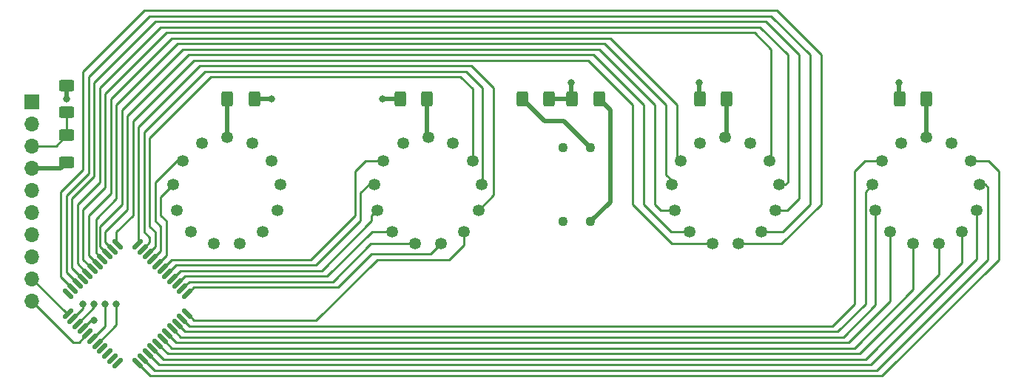
<source format=gbr>
%TF.GenerationSoftware,KiCad,Pcbnew,(6.0.2)*%
%TF.CreationDate,2023-05-21T11:07:31+01:00*%
%TF.ProjectId,Nixie Tube Interface Board,4e697869-6520-4547-9562-6520496e7465,rev?*%
%TF.SameCoordinates,Original*%
%TF.FileFunction,Copper,L2,Bot*%
%TF.FilePolarity,Positive*%
%FSLAX46Y46*%
G04 Gerber Fmt 4.6, Leading zero omitted, Abs format (unit mm)*
G04 Created by KiCad (PCBNEW (6.0.2)) date 2023-05-21 11:07:31*
%MOMM*%
%LPD*%
G01*
G04 APERTURE LIST*
G04 Aperture macros list*
%AMRoundRect*
0 Rectangle with rounded corners*
0 $1 Rounding radius*
0 $2 $3 $4 $5 $6 $7 $8 $9 X,Y pos of 4 corners*
0 Add a 4 corners polygon primitive as box body*
4,1,4,$2,$3,$4,$5,$6,$7,$8,$9,$2,$3,0*
0 Add four circle primitives for the rounded corners*
1,1,$1+$1,$2,$3*
1,1,$1+$1,$4,$5*
1,1,$1+$1,$6,$7*
1,1,$1+$1,$8,$9*
0 Add four rect primitives between the rounded corners*
20,1,$1+$1,$2,$3,$4,$5,0*
20,1,$1+$1,$4,$5,$6,$7,0*
20,1,$1+$1,$6,$7,$8,$9,0*
20,1,$1+$1,$8,$9,$2,$3,0*%
G04 Aperture macros list end*
%TA.AperFunction,SMDPad,CuDef*%
%ADD10RoundRect,0.137500X0.327037X0.521491X-0.521491X-0.327037X-0.327037X-0.521491X0.521491X0.327037X0*%
%TD*%
%TA.AperFunction,SMDPad,CuDef*%
%ADD11RoundRect,0.137500X-0.327037X0.521491X-0.521491X0.327037X0.327037X-0.521491X0.521491X-0.327037X0*%
%TD*%
%TA.AperFunction,ComponentPad*%
%ADD12C,1.346200*%
%TD*%
%TA.AperFunction,SMDPad,CuDef*%
%ADD13RoundRect,0.250000X0.400000X0.625000X-0.400000X0.625000X-0.400000X-0.625000X0.400000X-0.625000X0*%
%TD*%
%TA.AperFunction,SMDPad,CuDef*%
%ADD14RoundRect,0.250000X-0.400000X-0.625000X0.400000X-0.625000X0.400000X0.625000X-0.400000X0.625000X0*%
%TD*%
%TA.AperFunction,ComponentPad*%
%ADD15C,1.107440*%
%TD*%
%TA.AperFunction,SMDPad,CuDef*%
%ADD16RoundRect,0.250000X0.625000X-0.400000X0.625000X0.400000X-0.625000X0.400000X-0.625000X-0.400000X0*%
%TD*%
%TA.AperFunction,ComponentPad*%
%ADD17R,1.700000X1.700000*%
%TD*%
%TA.AperFunction,ComponentPad*%
%ADD18O,1.700000X1.700000*%
%TD*%
%TA.AperFunction,ViaPad*%
%ADD19C,0.800000*%
%TD*%
%TA.AperFunction,Conductor*%
%ADD20C,0.500000*%
%TD*%
%TA.AperFunction,Conductor*%
%ADD21C,0.250000*%
%TD*%
G04 APERTURE END LIST*
D10*
%TO.P,U1,1,HVOUT22*%
%TO.N,N2_8*%
X95790565Y-98577581D03*
%TO.P,U1,2,HVOUT21*%
%TO.N,N2_9*%
X96356250Y-99143266D03*
%TO.P,U1,3,HVOUT20*%
%TO.N,N2_0*%
X96921936Y-99708952D03*
%TO.P,U1,4,HVOUT19*%
%TO.N,N1_1*%
X97487621Y-100274637D03*
%TO.P,U1,5,HVOUT18*%
%TO.N,N1_2*%
X98053307Y-100840322D03*
%TO.P,U1,6,HVOUT17*%
%TO.N,N2_1*%
X98618992Y-101406008D03*
%TO.P,U1,7,HVOUT16*%
%TO.N,N2_2*%
X99184678Y-101971693D03*
%TO.P,U1,8,HVOUT15*%
%TO.N,N2_3*%
X99750363Y-102537379D03*
%TO.P,U1,9,HVOUT14*%
%TO.N,N2_4*%
X100316048Y-103103064D03*
%TO.P,U1,10,HVOUT13*%
%TO.N,N2_5*%
X100881734Y-103668750D03*
%TO.P,U1,11,HVOUT12*%
%TO.N,N2_6*%
X101447419Y-104234435D03*
D11*
%TO.P,U1,12,HVOUT11*%
%TO.N,N2_7*%
X101447419Y-106585565D03*
%TO.P,U1,13,HVOUT10*%
%TO.N,N4_1*%
X100881734Y-107151250D03*
%TO.P,U1,14,HVOUT9*%
%TO.N,N4_2*%
X100316048Y-107716936D03*
%TO.P,U1,15,HVOUT8*%
%TO.N,N4_3*%
X99750363Y-108282621D03*
%TO.P,U1,16,HVOUT7*%
%TO.N,N4_4*%
X99184678Y-108848307D03*
%TO.P,U1,17,HVOUT6*%
%TO.N,N4_5*%
X98618992Y-109413992D03*
%TO.P,U1,18,HVOUT5*%
%TO.N,N4_6*%
X98053307Y-109979678D03*
%TO.P,U1,19,HVOUT4*%
%TO.N,N4_7*%
X97487621Y-110545363D03*
%TO.P,U1,20,HVOUT3*%
%TO.N,N4_8*%
X96921936Y-111111048D03*
%TO.P,U1,21,HVOUT2*%
%TO.N,N4_9*%
X96356250Y-111676734D03*
%TO.P,U1,22,HVOUT1*%
%TO.N,N4_0*%
X95790565Y-112242419D03*
D10*
%TO.P,U1,23,DATA_OUT*%
%TO.N,unconnected-(U1-Pad23)*%
X93439435Y-112242419D03*
%TO.P,U1,24,NC*%
%TO.N,unconnected-(U1-Pad24)*%
X92873750Y-111676734D03*
%TO.P,U1,25,NC*%
%TO.N,unconnected-(U1-Pad25)*%
X92308064Y-111111048D03*
%TO.P,U1,26,NC*%
%TO.N,unconnected-(U1-Pad26)*%
X91742379Y-110545363D03*
%TO.P,U1,27,POL*%
%TO.N,Net-(J1-Pad5)*%
X91176693Y-109979678D03*
%TO.P,U1,28,CLK*%
%TO.N,Net-(J1-Pad6)*%
X90611008Y-109413992D03*
%TO.P,U1,29,VSS*%
%TO.N,GND*%
X90045322Y-108848307D03*
%TO.P,U1,30,VDD*%
%TO.N,+12V*%
X89479637Y-108282621D03*
%TO.P,U1,31,LE*%
%TO.N,Net-(J1-Pad7)*%
X88913952Y-107716936D03*
%TO.P,U1,32,DATA_IN*%
%TO.N,Net-(J1-Pad8)*%
X88348266Y-107151250D03*
%TO.P,U1,33,BL*%
%TO.N,Net-(J1-Pad9)*%
X87782581Y-106585565D03*
D11*
%TO.P,U1,34,NC*%
%TO.N,unconnected-(U1-Pad34)*%
X87782581Y-104234435D03*
%TO.P,U1,35,HVOUT32*%
%TO.N,N3_6*%
X88348266Y-103668750D03*
%TO.P,U1,36,HVOUT31*%
%TO.N,N3_7*%
X88913952Y-103103064D03*
%TO.P,U1,37,HVOUT30*%
%TO.N,N3_8*%
X89479637Y-102537379D03*
%TO.P,U1,38,HVOUT29*%
%TO.N,N3_9*%
X90045322Y-101971693D03*
%TO.P,U1,39,HVOUT28*%
%TO.N,N3_0*%
X90611008Y-101406008D03*
%TO.P,U1,40,HVOUT27*%
%TO.N,N3_5*%
X91176693Y-100840322D03*
%TO.P,U1,41,HVOUT26*%
%TO.N,N3_4*%
X91742379Y-100274637D03*
%TO.P,U1,42,HVOUT25*%
%TO.N,N3_3*%
X92308064Y-99708952D03*
%TO.P,U1,43,HVOUT24*%
%TO.N,N3_2*%
X92873750Y-99143266D03*
%TO.P,U1,44,HVOUT23*%
%TO.N,N3_1*%
X93439435Y-98577581D03*
%TD*%
D12*
%TO.P,N1,0,0*%
%TO.N,unconnected-(N1-Pad0)*%
X111092700Y-88984640D03*
%TO.P,N1,1,1*%
%TO.N,N1_1*%
X100907300Y-88984640D03*
%TO.P,N1,2,2*%
%TO.N,N1_2*%
X99855740Y-91755780D03*
%TO.P,N1,3,3*%
%TO.N,unconnected-(N1-Pad3)*%
X100213880Y-94694560D03*
%TO.P,N1,4,4*%
%TO.N,unconnected-(N1-Pad4)*%
X101895360Y-97132960D03*
%TO.P,N1,5,5*%
%TO.N,unconnected-(N1-Pad5)*%
X104519180Y-98509640D03*
%TO.P,N1,6,6*%
%TO.N,unconnected-(N1-Pad6)*%
X107480820Y-98509640D03*
%TO.P,N1,7,7*%
%TO.N,unconnected-(N1-Pad7)*%
X110104640Y-97132960D03*
%TO.P,N1,8,8*%
%TO.N,unconnected-(N1-Pad8)*%
X111786120Y-94694560D03*
%TO.P,N1,9,9*%
%TO.N,unconnected-(N1-Pad9)*%
X112144260Y-91755780D03*
%TO.P,N1,A,A*%
%TO.N,Net-(N1-PadA)*%
X106000000Y-86312560D03*
%TO.P,N1,LHDP,LHDP*%
%TO.N,unconnected-(N1-PadLHDP)*%
X103124720Y-87021220D03*
%TO.P,N1,RHDP,RHDP*%
%TO.N,unconnected-(N1-PadRHDP)*%
X108875280Y-87021220D03*
%TD*%
D13*
%TO.P,R7,1*%
%TO.N,+170VDC*%
X142875000Y-81915000D03*
%TO.P,R7,2*%
%TO.N,Net-(N5-PadA)*%
X139775000Y-81915000D03*
%TD*%
D14*
%TO.P,R8,1*%
%TO.N,+170VDC*%
X145490000Y-81915000D03*
%TO.P,R8,2*%
%TO.N,Net-(N6-PadA)*%
X148590000Y-81915000D03*
%TD*%
%TO.P,R5,1*%
%TO.N,+170VDC*%
X160095000Y-81915000D03*
%TO.P,R5,2*%
%TO.N,Net-(N3-PadA)*%
X163195000Y-81915000D03*
%TD*%
D12*
%TO.P,N3,0,0*%
%TO.N,N3_0*%
X168092700Y-88984640D03*
%TO.P,N3,1,1*%
%TO.N,N3_5*%
X157907300Y-88984640D03*
%TO.P,N3,2,2*%
%TO.N,N3_4*%
X156855740Y-91755780D03*
%TO.P,N3,3,3*%
%TO.N,N3_3*%
X157213880Y-94694560D03*
%TO.P,N3,4,4*%
%TO.N,N3_2*%
X158895360Y-97132960D03*
%TO.P,N3,5,5*%
%TO.N,N3_1*%
X161519180Y-98509640D03*
%TO.P,N3,6,6*%
%TO.N,N3_6*%
X164480820Y-98509640D03*
%TO.P,N3,7,7*%
%TO.N,N3_7*%
X167104640Y-97132960D03*
%TO.P,N3,8,8*%
%TO.N,N3_8*%
X168786120Y-94694560D03*
%TO.P,N3,9,9*%
%TO.N,N3_9*%
X169144260Y-91755780D03*
%TO.P,N3,A,A*%
%TO.N,Net-(N3-PadA)*%
X163000000Y-86312560D03*
%TO.P,N3,LHDP,LHDP*%
%TO.N,unconnected-(N3-PadLHDP)*%
X160124720Y-87021220D03*
%TO.P,N3,RHDP,RHDP*%
%TO.N,unconnected-(N3-PadRHDP)*%
X165875280Y-87021220D03*
%TD*%
%TO.P,N4,0,0*%
%TO.N,N4_0*%
X191092700Y-88984640D03*
%TO.P,N4,1,1*%
%TO.N,N4_1*%
X180907300Y-88984640D03*
%TO.P,N4,2,2*%
%TO.N,N4_2*%
X179855740Y-91755780D03*
%TO.P,N4,3,3*%
%TO.N,N4_3*%
X180213880Y-94694560D03*
%TO.P,N4,4,4*%
%TO.N,N4_4*%
X181895360Y-97132960D03*
%TO.P,N4,5,5*%
%TO.N,N4_5*%
X184519180Y-98509640D03*
%TO.P,N4,6,6*%
%TO.N,N4_6*%
X187480820Y-98509640D03*
%TO.P,N4,7,7*%
%TO.N,N4_7*%
X190104640Y-97132960D03*
%TO.P,N4,8,8*%
%TO.N,N4_8*%
X191786120Y-94694560D03*
%TO.P,N4,9,9*%
%TO.N,N4_9*%
X192144260Y-91755780D03*
%TO.P,N4,A,A*%
%TO.N,Net-(N4-PadA)*%
X186000000Y-86312560D03*
%TO.P,N4,LHDP,LHDP*%
%TO.N,unconnected-(N4-PadLHDP)*%
X183124720Y-87021220D03*
%TO.P,N4,RHDP,RHDP*%
%TO.N,unconnected-(N4-PadRHDP)*%
X188875280Y-87021220D03*
%TD*%
D15*
%TO.P,N6,A,A*%
%TO.N,Net-(N6-PadA)*%
X147587500Y-96000000D03*
%TO.P,N6,K,K*%
%TO.N,GND*%
X144412500Y-96000000D03*
%TD*%
D12*
%TO.P,N2,0,0*%
%TO.N,N2_0*%
X134092700Y-88984640D03*
%TO.P,N2,1,1*%
%TO.N,N2_1*%
X123907300Y-88984640D03*
%TO.P,N2,2,2*%
%TO.N,N2_2*%
X122855740Y-91755780D03*
%TO.P,N2,3,3*%
%TO.N,N2_3*%
X123213880Y-94694560D03*
%TO.P,N2,4,4*%
%TO.N,N2_4*%
X124895360Y-97132960D03*
%TO.P,N2,5,5*%
%TO.N,N2_5*%
X127519180Y-98509640D03*
%TO.P,N2,6,6*%
%TO.N,N2_6*%
X130480820Y-98509640D03*
%TO.P,N2,7,7*%
%TO.N,N2_7*%
X133104640Y-97132960D03*
%TO.P,N2,8,8*%
%TO.N,N2_8*%
X134786120Y-94694560D03*
%TO.P,N2,9,9*%
%TO.N,N2_9*%
X135144260Y-91755780D03*
%TO.P,N2,A,A*%
%TO.N,Net-(N2-PadA)*%
X129000000Y-86312560D03*
%TO.P,N2,LHDP,LHDP*%
%TO.N,unconnected-(N2-PadLHDP)*%
X126124720Y-87021220D03*
%TO.P,N2,RHDP,RHDP*%
%TO.N,unconnected-(N2-PadRHDP)*%
X131875280Y-87021220D03*
%TD*%
D13*
%TO.P,R3,2*%
%TO.N,Net-(N1-PadA)*%
X106045000Y-81915000D03*
%TO.P,R3,1*%
%TO.N,+170VDC*%
X109145000Y-81915000D03*
%TD*%
D15*
%TO.P,N5,A,A*%
%TO.N,Net-(N5-PadA)*%
X147587500Y-87500000D03*
%TO.P,N5,K,K*%
%TO.N,GND*%
X144412500Y-87500000D03*
%TD*%
D14*
%TO.P,R4,2*%
%TO.N,Net-(N2-PadA)*%
X128905000Y-81915000D03*
%TO.P,R4,1*%
%TO.N,+170VDC*%
X125805000Y-81915000D03*
%TD*%
%TO.P,R6,1*%
%TO.N,+170VDC*%
X182955000Y-81915000D03*
%TO.P,R6,2*%
%TO.N,Net-(N4-PadA)*%
X186055000Y-81915000D03*
%TD*%
D16*
%TO.P,R1,1*%
%TO.N,+12V*%
X87630000Y-89180000D03*
%TO.P,R1,2*%
%TO.N,Net-(J1-Pad3)*%
X87630000Y-86080000D03*
%TD*%
%TO.P,R2,1*%
%TO.N,Net-(J1-Pad3)*%
X87630000Y-83465000D03*
%TO.P,R2,2*%
%TO.N,GND*%
X87630000Y-80365000D03*
%TD*%
D17*
%TO.P,J1,1,Pin_1*%
%TO.N,+170VDC*%
X83660000Y-82215000D03*
D18*
%TO.P,J1,2,Pin_2*%
%TO.N,GND*%
X83660000Y-84755000D03*
%TO.P,J1,3,Pin_3*%
%TO.N,Net-(J1-Pad3)*%
X83660000Y-87295000D03*
%TO.P,J1,4,Pin_4*%
%TO.N,+12V*%
X83660000Y-89835000D03*
%TO.P,J1,5,Pin_5*%
%TO.N,Net-(J1-Pad5)*%
X83660000Y-92375000D03*
%TO.P,J1,6,Pin_6*%
%TO.N,Net-(J1-Pad6)*%
X83660000Y-94915000D03*
%TO.P,J1,7,Pin_7*%
%TO.N,Net-(J1-Pad7)*%
X83660000Y-97455000D03*
%TO.P,J1,8,Pin_8*%
%TO.N,Net-(J1-Pad8)*%
X83660000Y-99995000D03*
%TO.P,J1,9,Pin_9*%
%TO.N,Net-(J1-Pad9)*%
X83660000Y-102535000D03*
%TO.P,J1,10,Pin_10*%
%TO.N,GND*%
X83660000Y-105075000D03*
%TD*%
D19*
%TO.N,+170VDC*%
X111125000Y-81915000D03*
X123825000Y-81915000D03*
X145415000Y-80010000D03*
X160020000Y-80010000D03*
X182880000Y-80010000D03*
%TO.N,GND*%
X87630000Y-81915000D03*
%TO.N,+12V*%
X90805000Y-107315000D03*
%TO.N,Net-(J1-Pad5)*%
X93345000Y-105410000D03*
%TO.N,Net-(J1-Pad6)*%
X92075000Y-105410000D03*
%TO.N,Net-(J1-Pad7)*%
X90805000Y-105410000D03*
%TO.N,Net-(J1-Pad8)*%
X89535000Y-105410000D03*
%TD*%
D20*
%TO.N,+170VDC*%
X111125000Y-81915000D02*
X109145000Y-81915000D01*
X123825000Y-81915000D02*
X125805000Y-81915000D01*
X142875000Y-81915000D02*
X145490000Y-81915000D01*
X145415000Y-81840000D02*
X145490000Y-81915000D01*
X145415000Y-80010000D02*
X145415000Y-81840000D01*
X160020000Y-81840000D02*
X160095000Y-81915000D01*
X160020000Y-80010000D02*
X160020000Y-81840000D01*
X182880000Y-81840000D02*
X182955000Y-81915000D01*
X182880000Y-80010000D02*
X182880000Y-81840000D01*
D21*
%TO.N,Net-(J1-Pad3)*%
X86415000Y-87295000D02*
X87630000Y-86080000D01*
X83660000Y-87295000D02*
X86415000Y-87295000D01*
X87630000Y-83465000D02*
X87630000Y-86080000D01*
D20*
%TO.N,GND*%
X87630000Y-80365000D02*
X87630000Y-81915000D01*
%TO.N,+12V*%
X83660000Y-89835000D02*
X86975000Y-89835000D01*
X86975000Y-89835000D02*
X87630000Y-89180000D01*
%TO.N,Net-(N4-PadA)*%
X186055000Y-86257560D02*
X186000000Y-86312560D01*
X186055000Y-81915000D02*
X186055000Y-86257560D01*
%TO.N,Net-(N3-PadA)*%
X163195000Y-86117560D02*
X163000000Y-86312560D01*
X163195000Y-81915000D02*
X163195000Y-86117560D01*
%TO.N,Net-(N6-PadA)*%
X149860000Y-93727500D02*
X147587500Y-96000000D01*
X149860000Y-83185000D02*
X149860000Y-93727500D01*
X148590000Y-81915000D02*
X149860000Y-83185000D01*
%TO.N,Net-(N5-PadA)*%
X144542500Y-84455000D02*
X147587500Y-87500000D01*
X142315000Y-84455000D02*
X144542500Y-84455000D01*
X139775000Y-81915000D02*
X142315000Y-84455000D01*
%TO.N,Net-(N2-PadA)*%
X128905000Y-86217560D02*
X129000000Y-86312560D01*
X128905000Y-81915000D02*
X128905000Y-86217560D01*
%TO.N,Net-(N1-PadA)*%
X106045000Y-86267560D02*
X106000000Y-86312560D01*
X106045000Y-81915000D02*
X106045000Y-86267560D01*
D21*
%TO.N,N4_1*%
X178985360Y-88984640D02*
X180907300Y-88984640D01*
X177800000Y-105410000D02*
X177800000Y-90170000D01*
X175260000Y-107950000D02*
X177800000Y-105410000D01*
X177800000Y-90170000D02*
X178985360Y-88984640D01*
X101680484Y-107950000D02*
X175260000Y-107950000D01*
X100881734Y-107151250D02*
X101680484Y-107950000D01*
%TO.N,N4_2*%
X179070000Y-92541520D02*
X179855740Y-91755780D01*
X179070000Y-105410000D02*
X179070000Y-92541520D01*
X101184112Y-108585000D02*
X175895000Y-108585000D01*
X100316048Y-107716936D02*
X101184112Y-108585000D01*
X175895000Y-108585000D02*
X179070000Y-105410000D01*
%TO.N,N4_3*%
X176530000Y-109220000D02*
X180213880Y-105536120D01*
X180213880Y-105536120D02*
X180213880Y-94694560D01*
X100687742Y-109220000D02*
X176530000Y-109220000D01*
X99750363Y-108282621D02*
X100687742Y-109220000D01*
%TO.N,N4_4*%
X177165000Y-109855000D02*
X181895360Y-105124640D01*
X181895360Y-105124640D02*
X181895360Y-97132960D01*
X100191371Y-109855000D02*
X177165000Y-109855000D01*
X99184678Y-108848307D02*
X100191371Y-109855000D01*
%TO.N,N4_5*%
X184519180Y-103770820D02*
X184519180Y-98509640D01*
X177800000Y-110490000D02*
X184519180Y-103770820D01*
X99695000Y-110490000D02*
X177800000Y-110490000D01*
X98618992Y-109413992D02*
X99695000Y-110490000D01*
%TO.N,N4_6*%
X187480820Y-102079180D02*
X187480820Y-98904180D01*
X99198629Y-111125000D02*
X178435000Y-111125000D01*
X178435000Y-111125000D02*
X187480820Y-102079180D01*
X98053307Y-109979678D02*
X99198629Y-111125000D01*
%TO.N,N4_7*%
X190104640Y-100725360D02*
X190104640Y-97550360D01*
X98702258Y-111760000D02*
X179070000Y-111760000D01*
X97487621Y-110545363D02*
X98702258Y-111760000D01*
X179070000Y-111760000D02*
X190104640Y-100725360D01*
%TO.N,N4_8*%
X98205888Y-112395000D02*
X96921936Y-111111048D01*
X179705000Y-112395000D02*
X98205888Y-112395000D01*
X191786120Y-100313880D02*
X179705000Y-112395000D01*
X191786120Y-94694560D02*
X191786120Y-100313880D01*
%TO.N,N4_9*%
X192755780Y-91755780D02*
X192144260Y-91755780D01*
X193040000Y-92040000D02*
X192755780Y-91755780D01*
X193040000Y-100330000D02*
X193040000Y-92040000D01*
X180340000Y-113030000D02*
X193040000Y-100330000D01*
X97709516Y-113030000D02*
X180340000Y-113030000D01*
X96356250Y-111676734D02*
X97709516Y-113030000D01*
%TO.N,N4_0*%
X194310000Y-90170000D02*
X193124640Y-88984640D01*
X194310000Y-100330000D02*
X194310000Y-90170000D01*
X193124640Y-88984640D02*
X191092700Y-88984640D01*
X97213146Y-113665000D02*
X180975000Y-113665000D01*
X95790565Y-112242419D02*
X97213146Y-113665000D01*
X180975000Y-113665000D02*
X194310000Y-100330000D01*
%TO.N,N3_5*%
X157480000Y-88557340D02*
X157907300Y-88984640D01*
X149860000Y-74930000D02*
X157480000Y-82550000D01*
X157480000Y-82550000D02*
X157480000Y-88557340D01*
X99695000Y-74930000D02*
X149860000Y-74930000D01*
X92710000Y-92709641D02*
X92710000Y-81915000D01*
X92710000Y-81915000D02*
X99695000Y-74930000D01*
X90170000Y-95249641D02*
X92710000Y-92709641D01*
X91176693Y-100840322D02*
X90170000Y-99833629D01*
X90170000Y-99833629D02*
X90170000Y-95249641D01*
%TO.N,N3_9*%
X169864220Y-91755780D02*
X169144260Y-91755780D01*
X170180000Y-91440000D02*
X169864220Y-91755780D01*
X91440000Y-91439371D02*
X91440000Y-80645000D01*
X88900000Y-93979371D02*
X91440000Y-91439371D01*
X167005000Y-73660000D02*
X170180000Y-76835000D01*
X88900000Y-100826371D02*
X88900000Y-93979371D01*
X91440000Y-80645000D02*
X98425000Y-73660000D01*
X90045322Y-101971693D02*
X88900000Y-100826371D01*
X98425000Y-73660000D02*
X167005000Y-73660000D01*
X170180000Y-76835000D02*
X170180000Y-91440000D01*
%TO.N,N3_8*%
X170100440Y-94694560D02*
X168786120Y-94694560D01*
X171450000Y-93345000D02*
X170100440Y-94694560D01*
X90805000Y-90805000D02*
X90805000Y-80010000D01*
X97790000Y-73025000D02*
X167640000Y-73025000D01*
X88265000Y-93345000D02*
X90805000Y-90805000D01*
X88265000Y-101322742D02*
X88265000Y-93345000D01*
X90805000Y-80010000D02*
X97790000Y-73025000D01*
X89479637Y-102537379D02*
X88265000Y-101322742D01*
X167640000Y-73025000D02*
X171450000Y-76835000D01*
X171450000Y-76835000D02*
X171450000Y-93345000D01*
%TO.N,N3_7*%
X169567399Y-97132960D02*
X167104640Y-97132960D01*
X172720000Y-93980359D02*
X169567399Y-97132960D01*
X172720000Y-76835000D02*
X172720000Y-93980359D01*
X168275000Y-72390000D02*
X172720000Y-76835000D01*
X97155000Y-72390000D02*
X168275000Y-72390000D01*
X90170000Y-90487141D02*
X90170000Y-79375000D01*
X87630000Y-93027141D02*
X90170000Y-90487141D01*
X87630000Y-101819112D02*
X87630000Y-93027141D01*
X88913952Y-103103064D02*
X87630000Y-101819112D01*
X90170000Y-79375000D02*
X97155000Y-72390000D01*
%TO.N,N3_6*%
X169460360Y-98509640D02*
X164480820Y-98509640D01*
X173990000Y-93980000D02*
X169460360Y-98509640D01*
X173990000Y-76835000D02*
X173990000Y-93980000D01*
X89535000Y-90010711D02*
X89535000Y-78740000D01*
X96520000Y-71755000D02*
X168910000Y-71755000D01*
X86995000Y-92550711D02*
X89535000Y-90010711D01*
X89535000Y-78740000D02*
X96520000Y-71755000D01*
X168910000Y-71755000D02*
X173990000Y-76835000D01*
X86995000Y-102315484D02*
X86995000Y-92550711D01*
X88348266Y-103668750D02*
X86995000Y-102315484D01*
%TO.N,N3_3*%
X155654560Y-94694560D02*
X157213880Y-94694560D01*
X154940000Y-93980000D02*
X155654560Y-94694560D01*
X154940000Y-82550000D02*
X154940000Y-93980000D01*
X100965000Y-76200000D02*
X148590000Y-76200000D01*
X91440000Y-96520000D02*
X93980000Y-93980000D01*
X93980000Y-83185000D02*
X100965000Y-76200000D01*
X148590000Y-76200000D02*
X154940000Y-82550000D01*
X91440000Y-98840888D02*
X91440000Y-96520000D01*
X93980000Y-93980000D02*
X93980000Y-83185000D01*
X92308064Y-99708952D02*
X91440000Y-98840888D01*
%TO.N,N3_1*%
X156929640Y-98509640D02*
X161519180Y-98509640D01*
X152400000Y-93980000D02*
X156929640Y-98509640D01*
X152400000Y-82550000D02*
X152400000Y-93980000D01*
X102235000Y-77470000D02*
X147320000Y-77470000D01*
X95250000Y-95250000D02*
X95250000Y-84455000D01*
X93345000Y-97155000D02*
X95250000Y-95250000D01*
X93345000Y-98483146D02*
X93345000Y-97155000D01*
X95250000Y-84455000D02*
X102235000Y-77470000D01*
X93439435Y-98577581D02*
X93345000Y-98483146D01*
X147320000Y-77470000D02*
X152400000Y-82550000D01*
%TO.N,N3_2*%
X156822960Y-97132960D02*
X158895360Y-97132960D01*
X153670000Y-93980000D02*
X156822960Y-97132960D01*
X147955000Y-76835000D02*
X153670000Y-82550000D01*
X101600000Y-76835000D02*
X147955000Y-76835000D01*
X153670000Y-82550000D02*
X153670000Y-93980000D01*
X94615000Y-83820000D02*
X101600000Y-76835000D01*
X94615000Y-94614282D02*
X94615000Y-83820000D01*
X92075000Y-97154282D02*
X94615000Y-94614282D01*
X92075000Y-98344516D02*
X92075000Y-97154282D01*
X92873750Y-99143266D02*
X92075000Y-98344516D01*
%TO.N,N3_4*%
X156855740Y-91255780D02*
X156210000Y-90610040D01*
X156855740Y-91755780D02*
X156855740Y-91255780D01*
%TO.N,N4_6*%
X187480820Y-98904180D02*
X187480820Y-98509640D01*
%TO.N,N4_7*%
X190104640Y-97550360D02*
X190104640Y-97132960D01*
%TO.N,N3_0*%
X92075000Y-81280000D02*
X99060000Y-74295000D01*
X168275000Y-76200000D02*
X168275000Y-88302340D01*
X92075000Y-92074461D02*
X92075000Y-81280000D01*
X99060000Y-74295000D02*
X166370000Y-74295000D01*
X166370000Y-74295000D02*
X168275000Y-76200000D01*
X89535000Y-94614461D02*
X92075000Y-92074461D01*
X89535000Y-100330000D02*
X89535000Y-94614461D01*
X90611008Y-101406008D02*
X89535000Y-100330000D01*
%TO.N,N2_0*%
X104140000Y-79375000D02*
X132715000Y-79375000D01*
X97155000Y-86360000D02*
X104140000Y-79375000D01*
X97155000Y-96520000D02*
X97155000Y-86360000D01*
X132715000Y-79375000D02*
X134092700Y-80752700D01*
X97790000Y-97155000D02*
X97155000Y-96520000D01*
X97790000Y-98840888D02*
X97790000Y-97155000D01*
X96921936Y-99708952D02*
X97790000Y-98840888D01*
X134092700Y-80752700D02*
X134092700Y-88984640D01*
%TO.N,N2_9*%
X135255000Y-91645040D02*
X135144260Y-91755780D01*
X135255000Y-80645000D02*
X135255000Y-91645040D01*
X133350000Y-78740000D02*
X135255000Y-80645000D01*
X103505000Y-78740000D02*
X133350000Y-78740000D01*
X96520000Y-97155000D02*
X96520000Y-85725000D01*
X97155000Y-97790000D02*
X96520000Y-97155000D01*
X96520000Y-85725000D02*
X103505000Y-78740000D01*
X96356250Y-99143266D02*
X97155000Y-98344516D01*
X97155000Y-98344516D02*
X97155000Y-97790000D01*
%TO.N,N2_8*%
X136525000Y-80645000D02*
X136525000Y-92955680D01*
X133985000Y-78105000D02*
X136525000Y-80645000D01*
X102870000Y-78105000D02*
X133985000Y-78105000D01*
X95885000Y-98483146D02*
X95885000Y-85090000D01*
X95885000Y-85090000D02*
X102870000Y-78105000D01*
X136525000Y-92955680D02*
X134786120Y-94694560D01*
X95790565Y-98577581D02*
X95885000Y-98483146D01*
%TO.N,N3_4*%
X156210000Y-82550000D02*
X156210000Y-90610040D01*
X149225000Y-75565000D02*
X156210000Y-82550000D01*
X90990480Y-95699520D02*
X93345000Y-93345000D01*
X93345000Y-93345000D02*
X93345000Y-82550000D01*
X100330000Y-75565000D02*
X149225000Y-75565000D01*
X90990480Y-99522738D02*
X90990480Y-95699520D01*
X93345000Y-82550000D02*
X100330000Y-75565000D01*
X91742379Y-100274637D02*
X90990480Y-99522738D01*
%TO.N,GND*%
X89038629Y-109855000D02*
X90045322Y-108848307D01*
X88440000Y-109855000D02*
X89038629Y-109855000D01*
X83660000Y-105075000D02*
X88440000Y-109855000D01*
%TO.N,+12V*%
X90447258Y-107315000D02*
X89479637Y-108282621D01*
X90805000Y-107315000D02*
X90447258Y-107315000D01*
%TO.N,Net-(J1-Pad5)*%
X93345000Y-105410000D02*
X93345000Y-107811371D01*
X93345000Y-107811371D02*
X91176693Y-109979678D01*
%TO.N,Net-(J1-Pad6)*%
X92075000Y-105410000D02*
X92075000Y-107950000D01*
X92075000Y-107950000D02*
X90611008Y-109413992D01*
%TO.N,Net-(J1-Pad7)*%
X90805000Y-105825888D02*
X88913952Y-107716936D01*
X90805000Y-105410000D02*
X90805000Y-105825888D01*
%TO.N,Net-(J1-Pad8)*%
X89535000Y-105410000D02*
X89535000Y-105964516D01*
X89535000Y-105964516D02*
X88348266Y-107151250D01*
%TO.N,Net-(J1-Pad9)*%
X83660000Y-102535000D02*
X87710565Y-106585565D01*
X87710565Y-106585565D02*
X87782581Y-106585565D01*
%TO.N,N2_7*%
X133104640Y-98670360D02*
X133104640Y-97132960D01*
X123190000Y-100330000D02*
X131445000Y-100330000D01*
X116205000Y-107315000D02*
X123190000Y-100330000D01*
X102235000Y-107315000D02*
X116205000Y-107315000D01*
X101505565Y-106585565D02*
X102235000Y-107315000D01*
X101447419Y-106585565D02*
X101505565Y-106585565D01*
X131445000Y-100330000D02*
X133104640Y-98670360D01*
%TO.N,N2_6*%
X122555000Y-99695000D02*
X129295460Y-99695000D01*
X129295460Y-99695000D02*
X130480820Y-98509640D01*
X101505565Y-104234435D02*
X102235000Y-103505000D01*
X118745000Y-103505000D02*
X122555000Y-99695000D01*
X101447419Y-104234435D02*
X101505565Y-104234435D01*
X102235000Y-103505000D02*
X118745000Y-103505000D01*
%TO.N,N2_3*%
X123110440Y-94694560D02*
X123213880Y-94694560D01*
X122555000Y-95250000D02*
X123110440Y-94694560D01*
X122555000Y-95885359D02*
X122555000Y-95250000D01*
X116840359Y-101600000D02*
X122555000Y-95885359D01*
X99750363Y-102537379D02*
X100687742Y-101600000D01*
X100687742Y-101600000D02*
X116840359Y-101600000D01*
%TO.N,N2_2*%
X121285000Y-92700760D02*
X122229980Y-91755780D01*
X122229980Y-91755780D02*
X122855740Y-91755780D01*
X121285000Y-95885000D02*
X121285000Y-92700760D01*
X99184678Y-101971693D02*
X100191371Y-100965000D01*
X100191371Y-100965000D02*
X116205000Y-100965000D01*
X116205000Y-100965000D02*
X121285000Y-95885000D01*
%TO.N,N2_1*%
X121835360Y-88984640D02*
X123907300Y-88984640D01*
X120650000Y-95250000D02*
X120650000Y-90170000D01*
X115570000Y-100330000D02*
X120650000Y-95250000D01*
X99695000Y-100330000D02*
X115570000Y-100330000D01*
X120650000Y-90170000D02*
X121835360Y-88984640D01*
X98618992Y-101406008D02*
X99695000Y-100330000D01*
%TO.N,N2_4*%
X122577040Y-97132960D02*
X124895360Y-97132960D01*
X117475000Y-102235000D02*
X122577040Y-97132960D01*
X101184112Y-102235000D02*
X117475000Y-102235000D01*
X100316048Y-103103064D02*
X101184112Y-102235000D01*
%TO.N,N2_5*%
X122470360Y-98509640D02*
X127519180Y-98509640D01*
X118110000Y-102870000D02*
X122470360Y-98509640D01*
X100881734Y-103668750D02*
X101680484Y-102870000D01*
X101680484Y-102870000D02*
X118110000Y-102870000D01*
%TO.N,N4_7*%
X190104640Y-96632960D02*
X190104640Y-97550360D01*
%TO.N,N4_6*%
X187480820Y-98904180D02*
X187480820Y-98009640D01*
%TO.N,N3_4*%
X156671520Y-91440000D02*
X156855740Y-91255780D01*
%TO.N,N3_9*%
X90045322Y-101971693D02*
X90045322Y-101688170D01*
%TO.N,N3_7*%
X88913952Y-102883952D02*
X88900000Y-102870000D01*
X88913952Y-103103064D02*
X88913952Y-102883952D01*
%TO.N,N1_1*%
X100245360Y-88984640D02*
X100907300Y-88984640D01*
X97790000Y-91440000D02*
X100245360Y-88984640D01*
X97790000Y-95885000D02*
X97790000Y-91440000D01*
X98425000Y-96520000D02*
X97790000Y-95885000D01*
X98425000Y-99337258D02*
X98425000Y-96520000D01*
X97487621Y-100274637D02*
X98425000Y-99337258D01*
%TO.N,N1_2*%
X98425000Y-93186520D02*
X99855740Y-91755780D01*
X98425000Y-95250000D02*
X98425000Y-93186520D01*
X99060000Y-95885000D02*
X98425000Y-95250000D01*
X99060000Y-99833629D02*
X99060000Y-95885000D01*
X98053307Y-100840322D02*
X99060000Y-99833629D01*
%TD*%
M02*

</source>
